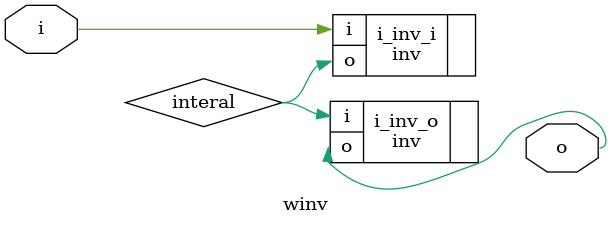
<source format=sv>

module winv (
  input i,
  output o
);
  wire interal;

  inv i_inv_i ( .i(i), .o(interal));
  inv i_inv_o ( .i(interal), .o(o));

endmodule


</source>
